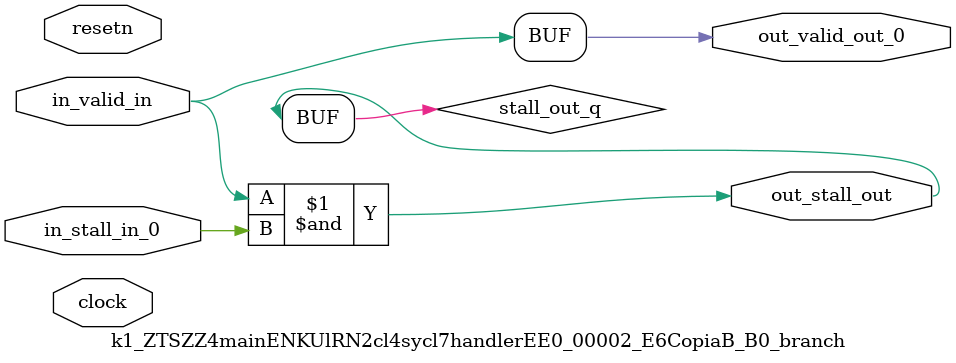
<source format=sv>



(* altera_attribute = "-name AUTO_SHIFT_REGISTER_RECOGNITION OFF; -name MESSAGE_DISABLE 10036; -name MESSAGE_DISABLE 10037; -name MESSAGE_DISABLE 14130; -name MESSAGE_DISABLE 14320; -name MESSAGE_DISABLE 15400; -name MESSAGE_DISABLE 14130; -name MESSAGE_DISABLE 10036; -name MESSAGE_DISABLE 12020; -name MESSAGE_DISABLE 12030; -name MESSAGE_DISABLE 12010; -name MESSAGE_DISABLE 12110; -name MESSAGE_DISABLE 14320; -name MESSAGE_DISABLE 13410; -name MESSAGE_DISABLE 113007; -name MESSAGE_DISABLE 10958" *)
module k1_ZTSZZ4mainENKUlRN2cl4sycl7handlerEE0_00002_E6CopiaB_B0_branch (
    input wire [0:0] in_stall_in_0,
    input wire [0:0] in_valid_in,
    output wire [0:0] out_stall_out,
    output wire [0:0] out_valid_out_0,
    input wire clock,
    input wire resetn
    );

    wire [0:0] stall_out_q;


    // stall_out(LOGICAL,6)
    assign stall_out_q = in_valid_in & in_stall_in_0;

    // out_stall_out(GPOUT,4)
    assign out_stall_out = stall_out_q;

    // out_valid_out_0(GPOUT,5)
    assign out_valid_out_0 = in_valid_in;

endmodule

</source>
